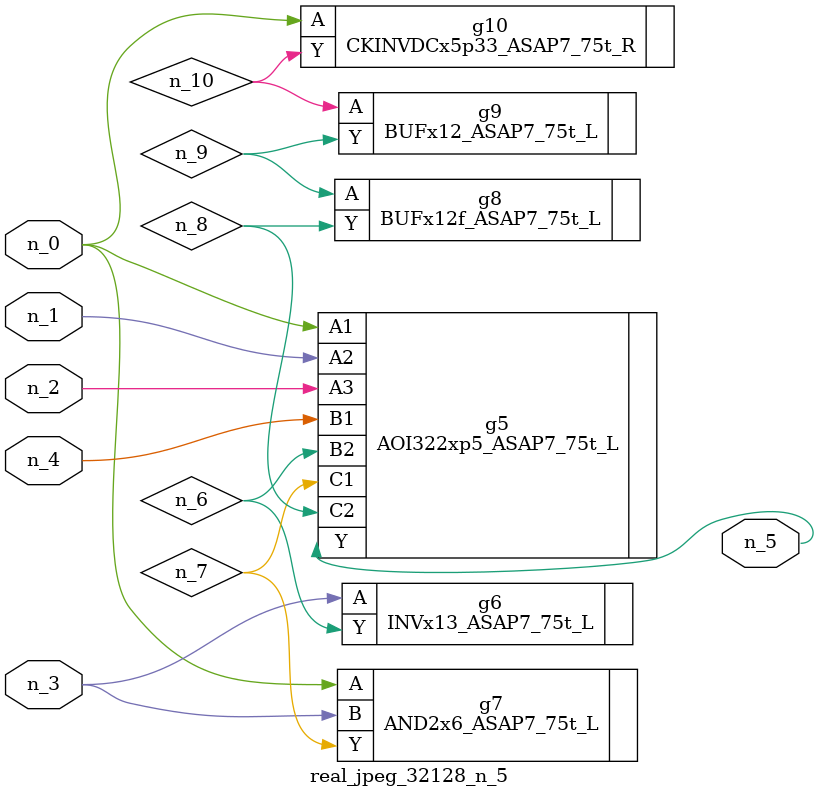
<source format=v>
module real_jpeg_32128_n_5 (n_4, n_0, n_1, n_2, n_3, n_5);

input n_4;
input n_0;
input n_1;
input n_2;
input n_3;

output n_5;

wire n_8;
wire n_6;
wire n_7;
wire n_10;
wire n_9;

AOI322xp5_ASAP7_75t_L g5 ( 
.A1(n_0),
.A2(n_1),
.A3(n_2),
.B1(n_4),
.B2(n_6),
.C1(n_7),
.C2(n_8),
.Y(n_5)
);

AND2x6_ASAP7_75t_L g7 ( 
.A(n_0),
.B(n_3),
.Y(n_7)
);

CKINVDCx5p33_ASAP7_75t_R g10 ( 
.A(n_0),
.Y(n_10)
);

INVx13_ASAP7_75t_L g6 ( 
.A(n_3),
.Y(n_6)
);

BUFx12f_ASAP7_75t_L g8 ( 
.A(n_9),
.Y(n_8)
);

BUFx12_ASAP7_75t_L g9 ( 
.A(n_10),
.Y(n_9)
);


endmodule
</source>
